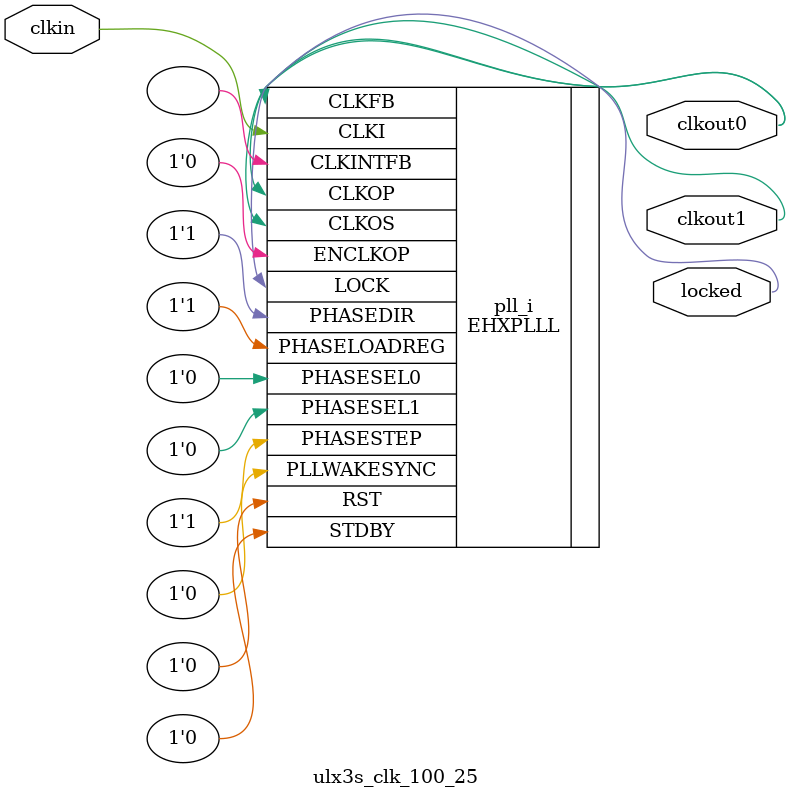
<source format=v>
module ulx3s_clk_100_25
(
    input  clkin, // 25 MHz, 0 deg
    output clkout0, // 100 MHz, 0 deg
    output clkout1, // 25 MHz, 0 deg
    output locked
);
(* FREQUENCY_PIN_CLKI="25" *)
(* FREQUENCY_PIN_CLKOP="100" *)
(* FREQUENCY_PIN_CLKOS="25" *)
(* ICP_CURRENT="12" *) (* LPF_RESISTOR="8" *) (* MFG_ENABLE_FILTEROPAMP="1" *) (* MFG_GMCREF_SEL="2" *)
EHXPLLL #(
        .PLLRST_ENA("DISABLED"),
        .INTFB_WAKE("DISABLED"),
        .STDBY_ENABLE("DISABLED"),
        .DPHASE_SOURCE("DISABLED"),
        .OUTDIVIDER_MUXA("DIVA"),
        .OUTDIVIDER_MUXB("DIVB"),
        .OUTDIVIDER_MUXC("DIVC"),
        .OUTDIVIDER_MUXD("DIVD"),
        .CLKI_DIV(1),
        .CLKOP_ENABLE("ENABLED"),
        .CLKOP_DIV(6),
        .CLKOP_CPHASE(2),
        .CLKOP_FPHASE(0),
        .CLKOS_ENABLE("ENABLED"),
        .CLKOS_DIV(24),
        .CLKOS_CPHASE(2),
        .CLKOS_FPHASE(0),
        .FEEDBK_PATH("CLKOP"),
        .CLKFB_DIV(4)
    ) pll_i (
        .RST(1'b0),
        .STDBY(1'b0),
        .CLKI(clkin),
        .CLKOP(clkout0),
        .CLKOS(clkout1),
        .CLKFB(clkout0),
        .CLKINTFB(),
        .PHASESEL0(1'b0),
        .PHASESEL1(1'b0),
        .PHASEDIR(1'b1),
        .PHASESTEP(1'b1),
        .PHASELOADREG(1'b1),
        .PLLWAKESYNC(1'b0),
        .ENCLKOP(1'b0),
        .LOCK(locked)
	);
endmodule

</source>
